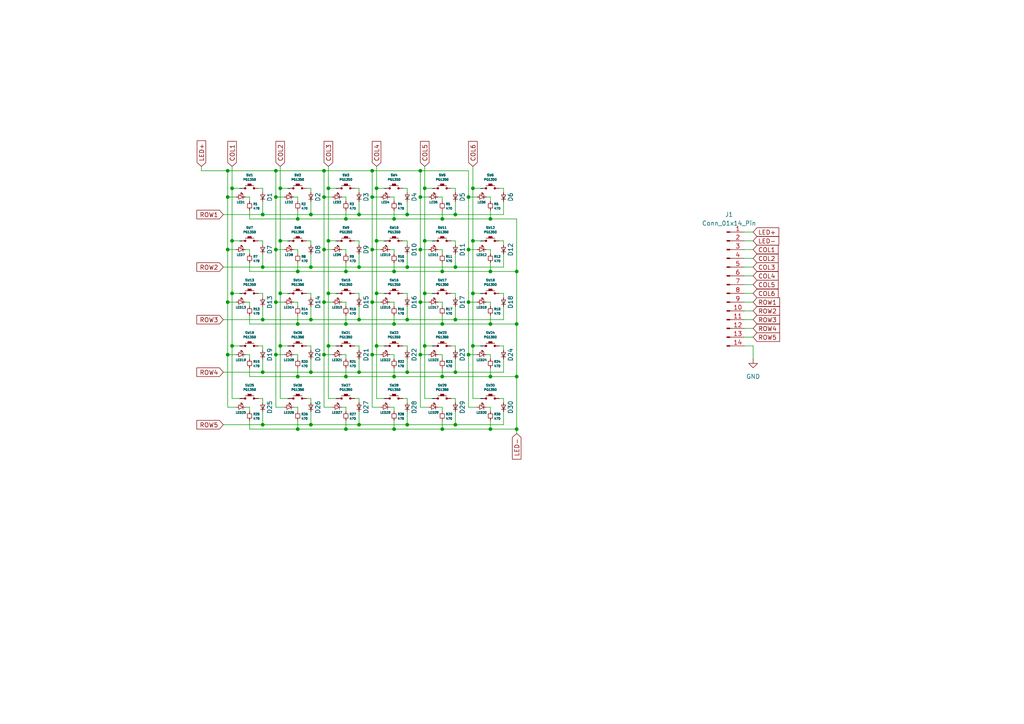
<source format=kicad_sch>
(kicad_sch (version 20231120) (generator "eeschema") (generator_version "8.0")
  (paper "A4")
  (junction (at 93.98 72.39))
  (junction (at 107.95 49.53))
  (junction (at 142.24 78.74))
  (junction (at 118.11 123.19))
  (junction (at 137.16 69.85))
  (junction (at 123.19 100.33))
  (junction (at 95.25 69.85))
  (junction (at 142.24 124.46))
  (junction (at 107.95 57.15))
  (junction (at 121.92 72.39))
  (junction (at 95.25 54.61))
  (junction (at 109.22 54.61))
  (junction (at 149.86 78.74))
  (junction (at 118.11 77.47))
  (junction (at 114.3 63.5))
  (junction (at 128.27 78.74))
  (junction (at 104.14 62.23))
  (junction (at 100.33 63.5))
  (junction (at 86.36 93.98))
  (junction (at 100.33 93.98))
  (junction (at 90.17 123.19))
  (junction (at 118.11 92.71))
  (junction (at 128.27 109.22))
  (junction (at 86.36 109.22))
  (junction (at 86.36 124.46))
  (junction (at 104.14 123.19))
  (junction (at 81.28 54.61))
  (junction (at 135.89 102.87))
  (junction (at 80.01 72.39))
  (junction (at 135.89 72.39))
  (junction (at 81.28 85.09))
  (junction (at 67.31 100.33))
  (junction (at 104.14 107.95))
  (junction (at 114.3 93.98))
  (junction (at 137.16 100.33))
  (junction (at 86.36 63.5))
  (junction (at 121.92 49.53))
  (junction (at 76.2 107.95))
  (junction (at 114.3 109.22))
  (junction (at 81.28 69.85))
  (junction (at 118.11 62.23))
  (junction (at 121.92 57.15))
  (junction (at 149.86 124.46))
  (junction (at 90.17 92.71))
  (junction (at 66.04 102.87))
  (junction (at 76.2 92.71))
  (junction (at 132.08 107.95))
  (junction (at 123.19 69.85))
  (junction (at 67.31 54.61))
  (junction (at 114.3 78.74))
  (junction (at 109.22 85.09))
  (junction (at 132.08 77.47))
  (junction (at 132.08 62.23))
  (junction (at 76.2 77.47))
  (junction (at 121.92 87.63))
  (junction (at 67.31 85.09))
  (junction (at 95.25 85.09))
  (junction (at 123.19 54.61))
  (junction (at 95.25 100.33))
  (junction (at 121.92 102.87))
  (junction (at 149.86 93.98))
  (junction (at 104.14 92.71))
  (junction (at 149.86 109.22))
  (junction (at 132.08 92.71))
  (junction (at 93.98 87.63))
  (junction (at 76.2 123.19))
  (junction (at 90.17 62.23))
  (junction (at 142.24 93.98))
  (junction (at 66.04 57.15))
  (junction (at 93.98 49.53))
  (junction (at 128.27 124.46))
  (junction (at 107.95 102.87))
  (junction (at 137.16 54.61))
  (junction (at 104.14 77.47))
  (junction (at 137.16 85.09))
  (junction (at 93.98 102.87))
  (junction (at 142.24 63.5))
  (junction (at 100.33 109.22))
  (junction (at 123.19 85.09))
  (junction (at 76.2 62.23))
  (junction (at 90.17 77.47))
  (junction (at 66.04 87.63))
  (junction (at 67.31 69.85))
  (junction (at 114.3 124.46))
  (junction (at 132.08 123.19))
  (junction (at 93.98 57.15))
  (junction (at 66.04 49.53))
  (junction (at 118.11 107.95))
  (junction (at 80.01 87.63))
  (junction (at 135.89 57.15))
  (junction (at 100.33 124.46))
  (junction (at 135.89 87.63))
  (junction (at 80.01 102.87))
  (junction (at 100.33 78.74))
  (junction (at 66.04 72.39))
  (junction (at 128.27 93.98))
  (junction (at 90.17 107.95))
  (junction (at 81.28 100.33))
  (junction (at 107.95 72.39))
  (junction (at 86.36 78.74))
  (junction (at 80.01 49.53))
  (junction (at 128.27 63.5))
  (junction (at 80.01 57.15))
  (junction (at 109.22 100.33))
  (junction (at 109.22 69.85))
  (junction (at 142.24 109.22))
  (junction (at 107.95 87.63))
  (wire (pts (xy 100.33 118.11) (xy 100.33 119.38)))
  (wire (pts (xy 127 87.63) (xy 128.27 87.63)))
  (wire (pts (xy 118.11 107.95) (xy 132.08 107.95)))
  (wire (pts (xy 118.11 115.57) (xy 118.11 116.84)))
  (wire (pts (xy 80.01 102.87) (xy 82.55 102.87)))
  (wire (pts (xy 107.95 118.11) (xy 110.49 118.11)))
  (wire (pts (xy 128.27 76.2) (xy 128.27 78.74)))
  (wire (pts (xy 118.11 85.09) (xy 118.11 86.36)))
  (wire (pts (xy 107.95 87.63) (xy 107.95 102.87)))
  (wire (pts (xy 218.44 97.79) (xy 215.9 97.79)))
  (wire (pts (xy 137.16 100.33) (xy 139.7 100.33)))
  (wire (pts (xy 118.11 69.85) (xy 118.11 71.12)))
  (wire (pts (xy 127 72.39) (xy 128.27 72.39)))
  (wire (pts (xy 100.33 87.63) (xy 100.33 88.9)))
  (wire (pts (xy 104.14 115.57) (xy 104.14 116.84)))
  (wire (pts (xy 130.81 85.09) (xy 132.08 85.09)))
  (wire (pts (xy 95.25 54.61) (xy 97.79 54.61)))
  (wire (pts (xy 132.08 88.9) (xy 132.08 92.71)))
  (wire (pts (xy 102.87 115.57) (xy 104.14 115.57)))
  (wire (pts (xy 107.95 49.53) (xy 121.92 49.53)))
  (wire (pts (xy 132.08 100.33) (xy 132.08 101.6)))
  (wire (pts (xy 72.39 118.11) (xy 72.39 119.38)))
  (wire (pts (xy 76.2 85.09) (xy 76.2 86.36)))
  (wire (pts (xy 99.06 87.63) (xy 100.33 87.63)))
  (wire (pts (xy 123.19 69.85) (xy 125.73 69.85)))
  (wire (pts (xy 215.9 100.33) (xy 218.44 100.33)))
  (wire (pts (xy 123.19 100.33) (xy 125.73 100.33)))
  (wire (pts (xy 121.92 102.87) (xy 124.46 102.87)))
  (wire (pts (xy 114.3 60.96) (xy 114.3 63.5)))
  (wire (pts (xy 80.01 57.15) (xy 82.55 57.15)))
  (wire (pts (xy 72.39 91.44) (xy 72.39 93.98)))
  (wire (pts (xy 135.89 57.15) (xy 138.43 57.15)))
  (wire (pts (xy 146.05 88.9) (xy 146.05 92.71)))
  (wire (pts (xy 93.98 57.15) (xy 96.52 57.15)))
  (wire (pts (xy 99.06 118.11) (xy 100.33 118.11)))
  (wire (pts (xy 142.24 87.63) (xy 142.24 88.9)))
  (wire (pts (xy 100.33 91.44) (xy 100.33 93.98)))
  (wire (pts (xy 142.24 76.2) (xy 142.24 78.74)))
  (wire (pts (xy 76.2 88.9) (xy 76.2 92.71)))
  (wire (pts (xy 128.27 121.92) (xy 128.27 124.46)))
  (wire (pts (xy 137.16 54.61) (xy 137.16 69.85)))
  (wire (pts (xy 74.93 100.33) (xy 76.2 100.33)))
  (wire (pts (xy 100.33 121.92) (xy 100.33 124.46)))
  (wire (pts (xy 81.28 100.33) (xy 81.28 115.57)))
  (wire (pts (xy 132.08 58.42) (xy 132.08 62.23)))
  (wire (pts (xy 128.27 91.44) (xy 128.27 93.98)))
  (wire (pts (xy 107.95 102.87) (xy 110.49 102.87)))
  (wire (pts (xy 132.08 115.57) (xy 132.08 116.84)))
  (wire (pts (xy 76.2 107.95) (xy 90.17 107.95)))
  (wire (pts (xy 86.36 106.68) (xy 86.36 109.22)))
  (wire (pts (xy 67.31 54.61) (xy 67.31 69.85)))
  (wire (pts (xy 132.08 104.14) (xy 132.08 107.95)))
  (wire (pts (xy 218.44 100.33) (xy 218.44 104.14)))
  (wire (pts (xy 109.22 85.09) (xy 111.76 85.09)))
  (wire (pts (xy 86.36 57.15) (xy 86.36 58.42)))
  (wire (pts (xy 104.14 100.33) (xy 104.14 101.6)))
  (wire (pts (xy 93.98 87.63) (xy 93.98 102.87)))
  (wire (pts (xy 72.39 87.63) (xy 72.39 88.9)))
  (wire (pts (xy 116.84 115.57) (xy 118.11 115.57)))
  (wire (pts (xy 114.3 121.92) (xy 114.3 124.46)))
  (wire (pts (xy 90.17 123.19) (xy 104.14 123.19)))
  (wire (pts (xy 81.28 100.33) (xy 83.82 100.33)))
  (wire (pts (xy 90.17 92.71) (xy 104.14 92.71)))
  (wire (pts (xy 149.86 93.98) (xy 149.86 78.74)))
  (wire (pts (xy 104.14 107.95) (xy 118.11 107.95)))
  (wire (pts (xy 66.04 102.87) (xy 68.58 102.87)))
  (wire (pts (xy 135.89 87.63) (xy 135.89 102.87)))
  (wire (pts (xy 67.31 85.09) (xy 69.85 85.09)))
  (wire (pts (xy 95.25 69.85) (xy 95.25 85.09)))
  (wire (pts (xy 67.31 69.85) (xy 67.31 85.09)))
  (wire (pts (xy 90.17 73.66) (xy 90.17 77.47)))
  (wire (pts (xy 128.27 78.74) (xy 142.24 78.74)))
  (wire (pts (xy 58.42 49.53) (xy 58.42 48.26)))
  (wire (pts (xy 128.27 102.87) (xy 128.27 104.14)))
  (wire (pts (xy 132.08 92.71) (xy 146.05 92.71)))
  (wire (pts (xy 114.3 57.15) (xy 114.3 58.42)))
  (wire (pts (xy 146.05 119.38) (xy 146.05 123.19)))
  (wire (pts (xy 128.27 93.98) (xy 142.24 93.98)))
  (wire (pts (xy 100.33 57.15) (xy 100.33 58.42)))
  (wire (pts (xy 146.05 54.61) (xy 146.05 55.88)))
  (wire (pts (xy 118.11 119.38) (xy 118.11 123.19)))
  (wire (pts (xy 121.92 102.87) (xy 121.92 118.11)))
  (wire (pts (xy 146.05 115.57) (xy 146.05 116.84)))
  (wire (pts (xy 66.04 118.11) (xy 68.58 118.11)))
  (wire (pts (xy 107.95 102.87) (xy 107.95 118.11)))
  (wire (pts (xy 149.86 124.46) (xy 149.86 109.22)))
  (wire (pts (xy 109.22 69.85) (xy 111.76 69.85)))
  (wire (pts (xy 72.39 109.22) (xy 86.36 109.22)))
  (wire (pts (xy 86.36 124.46) (xy 100.33 124.46)))
  (wire (pts (xy 66.04 57.15) (xy 66.04 72.39)))
  (wire (pts (xy 76.2 54.61) (xy 76.2 55.88)))
  (wire (pts (xy 121.92 49.53) (xy 135.89 49.53)))
  (wire (pts (xy 121.92 57.15) (xy 124.46 57.15)))
  (wire (pts (xy 100.33 102.87) (xy 100.33 104.14)))
  (wire (pts (xy 80.01 72.39) (xy 80.01 87.63)))
  (wire (pts (xy 128.27 63.5) (xy 142.24 63.5)))
  (wire (pts (xy 140.97 102.87) (xy 142.24 102.87)))
  (wire (pts (xy 109.22 100.33) (xy 109.22 115.57)))
  (wire (pts (xy 66.04 87.63) (xy 66.04 102.87)))
  (wire (pts (xy 100.33 76.2) (xy 100.33 78.74)))
  (wire (pts (xy 66.04 49.53) (xy 66.04 57.15)))
  (wire (pts (xy 74.93 69.85) (xy 76.2 69.85)))
  (wire (pts (xy 86.36 78.74) (xy 100.33 78.74)))
  (wire (pts (xy 144.78 69.85) (xy 146.05 69.85)))
  (wire (pts (xy 218.44 92.71) (xy 215.9 92.71)))
  (wire (pts (xy 64.77 123.19) (xy 76.2 123.19)))
  (wire (pts (xy 95.25 85.09) (xy 97.79 85.09)))
  (wire (pts (xy 137.16 85.09) (xy 137.16 100.33)))
  (wire (pts (xy 109.22 54.61) (xy 109.22 69.85)))
  (wire (pts (xy 80.01 49.53) (xy 93.98 49.53)))
  (wire (pts (xy 76.2 123.19) (xy 90.17 123.19)))
  (wire (pts (xy 109.22 54.61) (xy 111.76 54.61)))
  (wire (pts (xy 95.25 115.57) (xy 97.79 115.57)))
  (wire (pts (xy 95.25 48.26) (xy 95.25 54.61)))
  (wire (pts (xy 74.93 54.61) (xy 76.2 54.61)))
  (wire (pts (xy 218.44 85.09) (xy 215.9 85.09)))
  (wire (pts (xy 121.92 57.15) (xy 121.92 72.39)))
  (wire (pts (xy 104.14 54.61) (xy 104.14 55.88)))
  (wire (pts (xy 128.27 60.96) (xy 128.27 63.5)))
  (wire (pts (xy 90.17 58.42) (xy 90.17 62.23)))
  (wire (pts (xy 142.24 109.22) (xy 149.86 109.22)))
  (wire (pts (xy 118.11 92.71) (xy 132.08 92.71)))
  (wire (pts (xy 116.84 69.85) (xy 118.11 69.85)))
  (wire (pts (xy 142.24 124.46) (xy 149.86 124.46)))
  (wire (pts (xy 113.03 57.15) (xy 114.3 57.15)))
  (wire (pts (xy 81.28 85.09) (xy 83.82 85.09)))
  (wire (pts (xy 93.98 72.39) (xy 96.52 72.39)))
  (wire (pts (xy 71.12 72.39) (xy 72.39 72.39)))
  (wire (pts (xy 88.9 100.33) (xy 90.17 100.33)))
  (wire (pts (xy 93.98 72.39) (xy 93.98 87.63)))
  (wire (pts (xy 90.17 107.95) (xy 104.14 107.95)))
  (wire (pts (xy 72.39 72.39) (xy 72.39 73.66)))
  (wire (pts (xy 118.11 54.61) (xy 118.11 55.88)))
  (wire (pts (xy 118.11 104.14) (xy 118.11 107.95)))
  (wire (pts (xy 66.04 72.39) (xy 66.04 87.63)))
  (wire (pts (xy 132.08 62.23) (xy 146.05 62.23)))
  (wire (pts (xy 128.27 109.22) (xy 142.24 109.22)))
  (wire (pts (xy 135.89 72.39) (xy 138.43 72.39)))
  (wire (pts (xy 102.87 54.61) (xy 104.14 54.61)))
  (wire (pts (xy 107.95 49.53) (xy 107.95 57.15)))
  (wire (pts (xy 86.36 93.98) (xy 100.33 93.98)))
  (wire (pts (xy 76.2 104.14) (xy 76.2 107.95)))
  (wire (pts (xy 116.84 85.09) (xy 118.11 85.09)))
  (wire (pts (xy 218.44 69.85) (xy 215.9 69.85)))
  (wire (pts (xy 118.11 62.23) (xy 132.08 62.23)))
  (wire (pts (xy 113.03 72.39) (xy 114.3 72.39)))
  (wire (pts (xy 81.28 85.09) (xy 81.28 100.33)))
  (wire (pts (xy 140.97 72.39) (xy 142.24 72.39)))
  (wire (pts (xy 109.22 100.33) (xy 111.76 100.33)))
  (wire (pts (xy 137.16 115.57) (xy 139.7 115.57)))
  (wire (pts (xy 72.39 124.46) (xy 86.36 124.46)))
  (wire (pts (xy 128.27 57.15) (xy 128.27 58.42)))
  (wire (pts (xy 123.19 69.85) (xy 123.19 85.09)))
  (wire (pts (xy 72.39 93.98) (xy 86.36 93.98)))
  (wire (pts (xy 80.01 102.87) (xy 80.01 118.11)))
  (wire (pts (xy 76.2 119.38) (xy 76.2 123.19)))
  (wire (pts (xy 144.78 115.57) (xy 146.05 115.57)))
  (wire (pts (xy 113.03 87.63) (xy 114.3 87.63)))
  (wire (pts (xy 118.11 73.66) (xy 118.11 77.47)))
  (wire (pts (xy 88.9 54.61) (xy 90.17 54.61)))
  (wire (pts (xy 86.36 91.44) (xy 86.36 93.98)))
  (wire (pts (xy 90.17 85.09) (xy 90.17 86.36)))
  (wire (pts (xy 149.86 124.46) (xy 149.86 125.73)))
  (wire (pts (xy 86.36 109.22) (xy 100.33 109.22)))
  (wire (pts (xy 86.36 63.5) (xy 100.33 63.5)))
  (wire (pts (xy 130.81 115.57) (xy 132.08 115.57)))
  (wire (pts (xy 144.78 100.33) (xy 146.05 100.33)))
  (wire (pts (xy 142.24 106.68) (xy 142.24 109.22)))
  (wire (pts (xy 109.22 85.09) (xy 109.22 100.33)))
  (wire (pts (xy 86.36 76.2) (xy 86.36 78.74)))
  (wire (pts (xy 137.16 48.26) (xy 137.16 54.61)))
  (wire (pts (xy 107.95 72.39) (xy 107.95 87.63)))
  (wire (pts (xy 135.89 49.53) (xy 135.89 57.15)))
  (wire (pts (xy 149.86 78.74) (xy 149.86 63.5)))
  (wire (pts (xy 137.16 100.33) (xy 137.16 115.57)))
  (wire (pts (xy 80.01 87.63) (xy 80.01 102.87)))
  (wire (pts (xy 121.92 87.63) (xy 124.46 87.63)))
  (wire (pts (xy 121.92 49.53) (xy 121.92 57.15)))
  (wire (pts (xy 90.17 115.57) (xy 90.17 116.84)))
  (wire (pts (xy 121.92 72.39) (xy 121.92 87.63)))
  (wire (pts (xy 86.36 72.39) (xy 86.36 73.66)))
  (wire (pts (xy 80.01 57.15) (xy 80.01 72.39)))
  (wire (pts (xy 81.28 69.85) (xy 83.82 69.85)))
  (wire (pts (xy 88.9 85.09) (xy 90.17 85.09)))
  (wire (pts (xy 132.08 119.38) (xy 132.08 123.19)))
  (wire (pts (xy 107.95 72.39) (xy 110.49 72.39)))
  (wire (pts (xy 149.86 63.5) (xy 142.24 63.5)))
  (wire (pts (xy 86.36 121.92) (xy 86.36 124.46)))
  (wire (pts (xy 107.95 57.15) (xy 107.95 72.39)))
  (wire (pts (xy 128.27 124.46) (xy 142.24 124.46)))
  (wire (pts (xy 104.14 85.09) (xy 104.14 86.36)))
  (wire (pts (xy 107.95 87.63) (xy 110.49 87.63)))
  (wire (pts (xy 67.31 48.26) (xy 67.31 54.61)))
  (wire (pts (xy 104.14 123.19) (xy 118.11 123.19)))
  (wire (pts (xy 132.08 85.09) (xy 132.08 86.36)))
  (wire (pts (xy 88.9 69.85) (xy 90.17 69.85)))
  (wire (pts (xy 67.31 54.61) (xy 69.85 54.61)))
  (wire (pts (xy 114.3 91.44) (xy 114.3 93.98)))
  (wire (pts (xy 72.39 63.5) (xy 86.36 63.5)))
  (wire (pts (xy 76.2 58.42) (xy 76.2 62.23)))
  (wire (pts (xy 135.89 118.11) (xy 138.43 118.11)))
  (wire (pts (xy 218.44 74.93) (xy 215.9 74.93)))
  (wire (pts (xy 93.98 87.63) (xy 96.52 87.63)))
  (wire (pts (xy 146.05 73.66) (xy 146.05 77.47)))
  (wire (pts (xy 100.33 93.98) (xy 114.3 93.98)))
  (wire (pts (xy 128.27 87.63) (xy 128.27 88.9)))
  (wire (pts (xy 66.04 49.53) (xy 80.01 49.53)))
  (wire (pts (xy 74.93 85.09) (xy 76.2 85.09)))
  (wire (pts (xy 130.81 100.33) (xy 132.08 100.33)))
  (wire (pts (xy 81.28 54.61) (xy 83.82 54.61)))
  (wire (pts (xy 114.3 102.87) (xy 114.3 104.14)))
  (wire (pts (xy 142.24 91.44) (xy 142.24 93.98)))
  (wire (pts (xy 114.3 93.98) (xy 128.27 93.98)))
  (wire (pts (xy 142.24 57.15) (xy 142.24 58.42)))
  (wire (pts (xy 144.78 54.61) (xy 146.05 54.61)))
  (wire (pts (xy 149.86 109.22) (xy 149.86 93.98)))
  (wire (pts (xy 135.89 102.87) (xy 138.43 102.87)))
  (wire (pts (xy 118.11 77.47) (xy 132.08 77.47)))
  (wire (pts (xy 123.19 48.26) (xy 123.19 54.61)))
  (wire (pts (xy 90.17 77.47) (xy 104.14 77.47)))
  (wire (pts (xy 104.14 92.71) (xy 118.11 92.71)))
  (wire (pts (xy 95.25 85.09) (xy 95.25 100.33)))
  (wire (pts (xy 142.24 93.98) (xy 149.86 93.98)))
  (wire (pts (xy 64.77 107.95) (xy 76.2 107.95)))
  (wire (pts (xy 72.39 121.92) (xy 72.39 124.46)))
  (wire (pts (xy 114.3 72.39) (xy 114.3 73.66)))
  (wire (pts (xy 90.17 69.85) (xy 90.17 71.12)))
  (wire (pts (xy 64.77 62.23) (xy 76.2 62.23)))
  (wire (pts (xy 121.92 118.11) (xy 124.46 118.11)))
  (wire (pts (xy 135.89 72.39) (xy 135.89 87.63)))
  (wire (pts (xy 104.14 69.85) (xy 104.14 71.12)))
  (wire (pts (xy 100.33 109.22) (xy 114.3 109.22)))
  (wire (pts (xy 114.3 124.46) (xy 128.27 124.46)))
  (wire (pts (xy 67.31 69.85) (xy 69.85 69.85)))
  (wire (pts (xy 123.19 54.61) (xy 125.73 54.61)))
  (wire (pts (xy 113.03 118.11) (xy 114.3 118.11)))
  (wire (pts (xy 80.01 118.11) (xy 82.55 118.11)))
  (wire (pts (xy 86.36 60.96) (xy 86.36 63.5)))
  (wire (pts (xy 128.27 106.68) (xy 128.27 109.22)))
  (wire (pts (xy 137.16 69.85) (xy 139.7 69.85)))
  (wire (pts (xy 95.25 100.33) (xy 97.79 100.33)))
  (wire (pts (xy 123.19 85.09) (xy 125.73 85.09)))
  (wire (pts (xy 142.24 60.96) (xy 142.24 63.5)))
  (wire (pts (xy 93.98 49.53) (xy 107.95 49.53)))
  (wire (pts (xy 144.78 85.09) (xy 146.05 85.09)))
  (wire (pts (xy 104.14 77.47) (xy 118.11 77.47)))
  (wire (pts (xy 130.81 69.85) (xy 132.08 69.85)))
  (wire (pts (xy 90.17 100.33) (xy 90.17 101.6)))
  (wire (pts (xy 76.2 100.33) (xy 76.2 101.6)))
  (wire (pts (xy 130.81 54.61) (xy 132.08 54.61)))
  (wire (pts (xy 95.25 69.85) (xy 97.79 69.85)))
  (wire (pts (xy 218.44 90.17) (xy 215.9 90.17)))
  (wire (pts (xy 140.97 118.11) (xy 142.24 118.11)))
  (wire (pts (xy 81.28 48.26) (xy 81.28 54.61)))
  (wire (pts (xy 100.33 63.5) (xy 114.3 63.5)))
  (wire (pts (xy 67.31 100.33) (xy 67.31 115.57)))
  (wire (pts (xy 218.44 80.01) (xy 215.9 80.01)))
  (wire (pts (xy 64.77 92.71) (xy 76.2 92.71)))
  (wire (pts (xy 81.28 69.85) (xy 81.28 85.09)))
  (wire (pts (xy 80.01 87.63) (xy 82.55 87.63)))
  (wire (pts (xy 95.25 54.61) (xy 95.25 69.85)))
  (wire (pts (xy 86.36 102.87) (xy 86.36 104.14)))
  (wire (pts (xy 140.97 57.15) (xy 142.24 57.15)))
  (wire (pts (xy 121.92 72.39) (xy 124.46 72.39)))
  (wire (pts (xy 135.89 57.15) (xy 135.89 72.39)))
  (wire (pts (xy 99.06 72.39) (xy 100.33 72.39)))
  (wire (pts (xy 85.09 87.63) (xy 86.36 87.63)))
  (wire (pts (xy 123.19 115.57) (xy 125.73 115.57)))
  (wire (pts (xy 137.16 54.61) (xy 139.7 54.61)))
  (wire (pts (xy 127 57.15) (xy 128.27 57.15)))
  (wire (pts (xy 72.39 102.87) (xy 72.39 104.14)))
  (wire (pts (xy 218.44 82.55) (xy 215.9 82.55)))
  (wire (pts (xy 104.14 62.23) (xy 118.11 62.23)))
  (wire (pts (xy 66.04 72.39) (xy 68.58 72.39)))
  (wire (pts (xy 104.14 119.38) (xy 104.14 123.19)))
  (wire (pts (xy 81.28 115.57) (xy 83.82 115.57)))
  (wire (pts (xy 114.3 118.11) (xy 114.3 119.38)))
  (wire (pts (xy 66.04 57.15) (xy 68.58 57.15)))
  (wire (pts (xy 114.3 76.2) (xy 114.3 78.74)))
  (wire (pts (xy 218.44 87.63) (xy 215.9 87.63)))
  (wire (pts (xy 123.19 85.09) (xy 123.19 100.33)))
  (wire (pts (xy 67.31 85.09) (xy 67.31 100.33)))
  (wire (pts (xy 146.05 85.09) (xy 146.05 86.36)))
  (wire (pts (xy 93.98 57.15) (xy 93.98 72.39)))
  (wire (pts (xy 67.31 115.57) (xy 69.85 115.57)))
  (wire (pts (xy 132.08 73.66) (xy 132.08 77.47)))
  (wire (pts (xy 142.24 121.92) (xy 142.24 124.46)))
  (wire (pts (xy 72.39 78.74) (xy 86.36 78.74)))
  (wire (pts (xy 132.08 69.85) (xy 132.08 71.12)))
  (wire (pts (xy 116.84 54.61) (xy 118.11 54.61)))
  (wire (pts (xy 142.24 78.74) (xy 149.86 78.74)))
  (wire (pts (xy 135.89 102.87) (xy 135.89 118.11)))
  (wire (pts (xy 66.04 87.63) (xy 68.58 87.63)))
  (wire (pts (xy 85.09 57.15) (xy 86.36 57.15)))
  (wire (pts (xy 113.03 102.87) (xy 114.3 102.87)))
  (wire (pts (xy 93.98 102.87) (xy 93.98 118.11)))
  (wire (pts (xy 71.12 118.11) (xy 72.39 118.11)))
  (wire (pts (xy 107.95 57.15) (xy 110.49 57.15)))
  (wire (pts (xy 99.06 57.15) (xy 100.33 57.15)))
  (wire (pts (xy 76.2 77.47) (xy 90.17 77.47)))
  (wire (pts (xy 71.12 87.63) (xy 72.39 87.63)))
  (wire (pts (xy 146.05 100.33) (xy 146.05 101.6)))
  (wire (pts (xy 88.9 115.57) (xy 90.17 115.57)))
  (wire (pts (xy 93.98 118.11) (xy 96.52 118.11)))
  (wire (pts (xy 93.98 49.53) (xy 93.98 57.15)))
  (wire (pts (xy 90.17 62.23) (xy 104.14 62.23)))
  (wire (pts (xy 114.3 78.74) (xy 128.27 78.74)))
  (wire (pts (xy 116.84 100.33) (xy 118.11 100.33)))
  (wire (pts (xy 72.39 76.2) (xy 72.39 78.74)))
  (wire (pts (xy 118.11 123.19) (xy 132.08 123.19)))
  (wire (pts (xy 76.2 115.57) (xy 76.2 116.84)))
  (wire (pts (xy 80.01 49.53) (xy 80.01 57.15)))
  (wire (pts (xy 127 102.87) (xy 128.27 102.87)))
  (wire (pts (xy 146.05 58.42) (xy 146.05 62.23)))
  (wire (pts (xy 85.09 72.39) (xy 86.36 72.39)))
  (wire (pts (xy 64.77 77.47) (xy 76.2 77.47)))
  (wire (pts (xy 137.16 69.85) (xy 137.16 85.09)))
  (wire (pts (xy 114.3 63.5) (xy 128.27 63.5)))
  (wire (pts (xy 109.22 48.26) (xy 109.22 54.61)))
  (wire (pts (xy 114.3 87.63) (xy 114.3 88.9)))
  (wire (pts (xy 72.39 106.68) (xy 72.39 109.22)))
  (wire (pts (xy 86.36 118.11) (xy 86.36 119.38)))
  (wire (pts (xy 76.2 92.71) (xy 90.17 92.71)))
  (wire (pts (xy 71.12 102.87) (xy 72.39 102.87)))
  (wire (pts (xy 218.44 77.47) (xy 215.9 77.47)))
  (wire (pts (xy 90.17 54.61) (xy 90.17 55.88)))
  (wire (pts (xy 81.28 54.61) (xy 81.28 69.85)))
  (wire (pts (xy 109.22 69.85) (xy 109.22 85.09)))
  (wire (pts (xy 95.25 100.33) (xy 95.25 115.57)))
  (wire (pts (xy 72.39 57.15) (xy 72.39 58.42)))
  (wire (pts (xy 127 118.11) (xy 128.27 118.11)))
  (wire (pts (xy 118.11 88.9) (xy 118.11 92.71)))
  (wire (pts (xy 104.14 73.66) (xy 104.14 77.47)))
  (wire (pts (xy 132.08 107.95) (xy 146.05 107.95)))
  (wire (pts (xy 86.36 87.63) (xy 86.36 88.9)))
  (wire (pts (xy 58.42 49.53) (xy 66.04 49.53)))
  (wire (pts (xy 74.93 115.57) (xy 76.2 115.57)))
  (wire (pts (xy 71.12 57.15) (xy 72.39 57.15)))
  (wire (pts (xy 76.2 73.66) (xy 76.2 77.47)))
  (wire (pts (xy 128.27 72.39) (xy 128.27 73.66)))
  (wire (pts (xy 100.33 78.74) (xy 114.3 78.74)))
  (wire (pts (xy 100.33 72.39) (xy 100.33 73.66)))
  (wire (pts (xy 100.33 60.96) (xy 100.33 63.5)))
  (wire (pts (xy 102.87 100.33) (xy 104.14 100.33)))
  (wire (pts (xy 109.22 115.57) (xy 111.76 115.57)))
  (wire (pts (xy 80.01 72.39) (xy 82.55 72.39)))
  (wire (pts (xy 100.33 106.68) (xy 100.33 109.22)))
  (wire (pts (xy 102.87 85.09) (xy 104.14 85.09)))
  (wire (pts (xy 132.08 77.47) (xy 146.05 77.47)))
  (wire (pts (xy 90.17 119.38) (xy 90.17 123.19)))
  (wire (pts (xy 66.04 102.87) (xy 66.04 118.11)))
  (wire (pts (xy 135.89 87.63) (xy 138.43 87.63)))
  (wire (pts (xy 114.3 109.22) (xy 128.27 109.22)))
  (wire (pts (xy 67.31 100.33) (xy 69.85 100.33)))
  (wire (pts (xy 218.44 95.25) (xy 215.9 95.25)))
  (wire (pts (xy 137.16 85.09) (xy 139.7 85.09)))
  (wire (pts (xy 128.27 118.11) (xy 128.27 119.38)))
  (wire (pts (xy 99.06 102.87) (xy 100.33 102.87)))
  (wire (pts (xy 118.11 58.42) (xy 118.11 62.23)))
  (wire (pts (xy 72.39 60.96) (xy 72.39 63.5)))
  (wire (pts (xy 146.05 69.85) (xy 146.05 71.12)))
  (wire (pts (xy 85.09 102.87) (xy 86.36 102.87)))
  (wire (pts (xy 123.19 54.61) (xy 123.19 69.85)))
  (wire (pts (xy 90.17 88.9) (xy 90.17 92.71)))
  (wire (pts (xy 85.09 118.11) (xy 86.36 118.11)))
  (wire (pts (xy 104.14 104.14) (xy 104.14 107.95)))
  (wire (pts (xy 132.08 123.19) (xy 146.05 123.19)))
  (wire (pts (xy 90.17 104.14) (xy 90.17 107.95)))
  (wire (pts (xy 100.33 124.46) (xy 114.3 124.46)))
  (wire (pts (xy 76.2 69.85) (xy 76.2 71.12)))
  (wire (pts (xy 132.08 54.61) (xy 132.08 55.88)))
  (wire (pts (xy 93.98 102.87) (xy 96.52 102.87)))
  (wire (pts (xy 123.19 100.33) (xy 123.19 115.57)))
  (wire (pts (xy 102.87 69.85) (xy 104.14 69.85)))
  (wire (pts (xy 118.11 100.33) (xy 118.11 101.6)))
  (wire (pts (xy 218.44 72.39) (xy 215.9 72.39)))
  (wire (pts (xy 146.05 104.14) (xy 146.05 107.95)))
  (wire (pts (xy 142.24 72.39) (xy 142.24 73.66)))
  (wire (pts (xy 140.97 87.63) (xy 142.24 87.63)))
  (wire (pts (xy 104.14 58.42) (xy 104.14 62.23)))
  (wire (pts (xy 104.14 88.9) (xy 104.14 92.71)))
  (wire (pts (xy 114.3 106.68) (xy 114.3 109.22)))
  (wire (pts (xy 121.92 87.63) (xy 121.92 102.87)))
  (wire (pts (xy 218.44 67.31) (xy 215.9 67.31)))
  (wire (pts (xy 142.24 102.87) (xy 142.24 104.14)))
  (wire (pts (xy 142.24 118.11) (xy 142.24 119.38)))
  (wire (pts (xy 76.2 62.23) (xy 90.17 62.23)))
  (global_label "COL1" (shape input) (at 218.44 72.39 0) (property "Intersheetrefs" "${INTERSHEET_REFS}" (effects (hide yes))))
  (global_label "COL2" (shape input) (at 218.44 74.93 0) (property "Intersheetrefs" "${INTERSHEET_REFS}" (effects (hide yes))))
  (global_label "LED+" (shape input) (at 218.44 67.31 0) (property "Intersheetrefs" "${INTERSHEET_REFS}" (effects (hide yes))))
  (global_label "ROW4" (shape input) (at 64.77 107.95 180) (property "Intersheetrefs" "${INTERSHEET_REFS}" (effects (hide yes))))
  (global_label "COL4" (shape input) (at 218.44 80.01 0) (property "Intersheetrefs" "${INTERSHEET_REFS}" (effects (hide yes))))
  (global_label "ROW2" (shape input) (at 64.77 77.47 180) (property "Intersheetrefs" "${INTERSHEET_REFS}" (effects (hide yes))))
  (global_label "COL6" (shape input) (at 137.16 48.26 90) (property "Intersheetrefs" "${INTERSHEET_REFS}" (effects (hide yes))))
  (global_label "COL3" (shape input) (at 218.44 77.47 0) (property "Intersheetrefs" "${INTERSHEET_REFS}" (effects (hide yes))))
  (global_label "ROW3" (shape input) (at 64.77 92.71 180) (property "Intersheetrefs" "${INTERSHEET_REFS}" (effects (hide yes))))
  (global_label "COL3" (shape input) (at 95.25 48.26 90) (property "Intersheetrefs" "${INTERSHEET_REFS}" (effects (hide yes))))
  (global_label "COL4" (shape input) (at 109.22 48.26 90) (property "Intersheetrefs" "${INTERSHEET_REFS}" (effects (hide yes))))
  (global_label "ROW4" (shape input) (at 218.44 95.25 0) (property "Intersheetrefs" "${INTERSHEET_REFS}" (effects (hide yes))))
  (global_label "COL2" (shape input) (at 81.28 48.26 90) (property "Intersheetrefs" "${INTERSHEET_REFS}" (effects (hide yes))))
  (global_label "ROW5" (shape input) (at 218.44 97.79 0) (property "Intersheetrefs" "${INTERSHEET_REFS}" (effects (hide yes))))
  (global_label "COL1" (shape input) (at 67.31 48.26 90) (property "Intersheetrefs" "${INTERSHEET_REFS}" (effects (hide yes))))
  (global_label "LED-" (shape input) (at 149.86 125.73 270) (property "Intersheetrefs" "${INTERSHEET_REFS}" (effects (hide yes))))
  (global_label "COL6" (shape input) (at 218.44 85.09 0) (property "Intersheetrefs" "${INTERSHEET_REFS}" (effects (hide yes))))
  (global_label "ROW1" (shape input) (at 64.77 62.23 180) (property "Intersheetrefs" "${INTERSHEET_REFS}" (effects (hide yes))))
  (global_label "ROW3" (shape input) (at 218.44 92.71 0) (property "Intersheetrefs" "${INTERSHEET_REFS}" (effects (hide yes))))
  (global_label "LED+" (shape input) (at 58.42 48.26 90) (property "Intersheetrefs" "${INTERSHEET_REFS}" (effects (hide yes))))
  (global_label "COL5" (shape input) (at 218.44 82.55 0) (property "Intersheetrefs" "${INTERSHEET_REFS}" (effects (hide yes))))
  (global_label "LED-" (shape input) (at 218.44 69.85 0) (property "Intersheetrefs" "${INTERSHEET_REFS}" (effects (hide yes))))
  (global_label "ROW1" (shape input) (at 218.44 87.63 0) (property "Intersheetrefs" "${INTERSHEET_REFS}" (effects (hide yes))))
  (global_label "ROW5" (shape input) (at 64.77 123.19 180) (property "Intersheetrefs" "${INTERSHEET_REFS}" (effects (hide yes))))
  (global_label "ROW2" (shape input) (at 218.44 90.17 0) (property "Intersheetrefs" "${INTERSHEET_REFS}" (effects (hide yes))))
  (global_label "COL5" (shape input) (at 123.19 48.26 90) (property "Intersheetrefs" "${INTERSHEET_REFS}" (effects (hide yes))))
  (symbol (lib_id "mlilley-smalls:switch_push") (at 86.36 69.85 0) (unit 1)
    (property "Reference" "SW8" (at 86.36 66.04 0) (effects (font (size 0.635 0.635))))
    (property "Value" "PG1350" (at 86.36 67.31 0) (effects (font (size 0.635 0.635))))
    (property "Footprint" "pg1350:pg1350-HCN" (effects (hide yes)))
  )
  (symbol (lib_id "mlilley-smalls:led") (at 83.82 87.63 0) (unit 1)
    (property "Reference" "LED14" (at 83.82 89.154 0) (effects (font (size 0.635 0.635))))
    (property "Value" "~" (at 83.82 85.09 0))
    (property "Footprint" "LED_SMD:LED_1206_3216Metric_Pad1.42x1.75mm_HandSolder" (effects (hide yes)))
  )
  (symbol (lib_name "resistor_27") (lib_id "mlilley-smalls:resistor") (at 100.33 120.65 90) (unit 1)
    (property "Reference" "R27" (at 101.346 120.142 90) (effects (font (size 0.635 0.635)) (justify right)))
    (property "Value" "470" (at 101.346 121.412 90) (effects (font (size 0.635 0.635)) (justify right)))
    (property "Footprint" "Resistor_SMD:R_1206_3216Metric_Pad1.30x1.75mm_HandSolder" (effects (hide yes)))
  )
  (symbol (lib_id "mlilley-smalls:switch_push") (at 86.36 85.09 0) (unit 1)
    (property "Reference" "SW14" (at 86.36 81.28 0) (effects (font (size 0.635 0.635))))
    (property "Value" "PG1350" (at 86.36 82.55 0) (effects (font (size 0.635 0.635))))
    (property "Footprint" "pg1350:pg1350-HCN" (effects (hide yes)))
  )
  (symbol (lib_id "mlilley-smalls:switch_push") (at 100.33 85.09 0) (unit 1)
    (property "Reference" "SW15" (at 100.33 81.28 0) (effects (font (size 0.635 0.635))))
    (property "Value" "PG1350" (at 100.33 82.55 0) (effects (font (size 0.635 0.635))))
    (property "Footprint" "pg1350:pg1350-HCN" (effects (hide yes)))
  )
  (symbol (lib_id "mlilley-smalls:led") (at 139.7 102.87 0) (unit 1)
    (property "Reference" "LED24" (at 139.7 104.394 0) (effects (font (size 0.635 0.635))))
    (property "Value" "~" (at 139.7 100.33 0))
    (property "Footprint" "LED_SMD:LED_1206_3216Metric_Pad1.42x1.75mm_HandSolder" (effects (hide yes)))
  )
  (symbol (lib_id "mlilley-smalls:switch_push") (at 128.27 69.85 0) (unit 1)
    (property "Reference" "SW11" (at 128.27 66.04 0) (effects (font (size 0.635 0.635))))
    (property "Value" "PG1350" (at 128.27 67.31 0) (effects (font (size 0.635 0.635))))
    (property "Footprint" "pg1350:pg1350-HCN" (effects (hide yes)))
  )
  (symbol (lib_id "mlilley-smalls:led") (at 139.7 57.15 0) (unit 1)
    (property "Reference" "LED6" (at 139.7 58.674 0) (effects (font (size 0.635 0.635))))
    (property "Value" "~" (at 139.7 54.61 0))
    (property "Footprint" "LED_SMD:LED_1206_3216Metric_Pad1.42x1.75mm_HandSolder" (effects (hide yes)))
  )
  (symbol (lib_id "mlilley-smalls:led") (at 97.79 57.15 0) (unit 1)
    (property "Reference" "LED3" (at 97.79 58.674 0) (effects (font (size 0.635 0.635))))
    (property "Value" "~" (at 97.79 54.61 0))
    (property "Footprint" "LED_SMD:LED_1206_3216Metric_Pad1.42x1.75mm_HandSolder" (effects (hide yes)))
  )
  (symbol (lib_id "mlilley-smalls:diode") (at 146.05 102.87 270) (unit 1)
    (property "Reference" "D24" (at 148.082 102.87 0))
    (property "Value" "~" (at 146.05 102.87 0))
    (property "Footprint" "Diode_SMD:D_SOD-123" (effects (hide yes)))
  )
  (symbol (lib_id "mlilley-smalls:led") (at 111.76 118.11 0) (unit 1)
    (property "Reference" "LED28" (at 111.76 119.634 0) (effects (font (size 0.635 0.635))))
    (property "Value" "~" (at 111.76 115.57 0))
    (property "Footprint" "LED_SMD:LED_1206_3216Metric_Pad1.42x1.75mm_HandSolder" (effects (hide yes)))
  )
  (symbol (lib_id "mlilley-smalls:diode") (at 90.17 118.11 270) (unit 1)
    (property "Reference" "D26" (at 92.202 118.11 0))
    (property "Value" "~" (at 90.17 118.11 0))
    (property "Footprint" "Diode_SMD:D_SOD-123" (effects (hide yes)))
  )
  (symbol (lib_id "mlilley-smalls:led") (at 97.79 118.11 0) (unit 1)
    (property "Reference" "LED27" (at 97.79 119.634 0) (effects (font (size 0.635 0.635))))
    (property "Value" "~" (at 97.79 115.57 0))
    (property "Footprint" "LED_SMD:LED_1206_3216Metric_Pad1.42x1.75mm_HandSolder" (effects (hide yes)))
  )
  (symbol (lib_name "resistor_22") (lib_id "mlilley-smalls:resistor") (at 114.3 105.41 90) (unit 1)
    (property "Reference" "R22" (at 115.316 104.902 90) (effects (font (size 0.635 0.635)) (justify right)))
    (property "Value" "470" (at 115.316 106.172 90) (effects (font (size 0.635 0.635)) (justify right)))
    (property "Footprint" "Resistor_SMD:R_1206_3216Metric_Pad1.30x1.75mm_HandSolder" (effects (hide yes)))
  )
  (symbol (lib_id "power:GND") (at 218.44 104.14 0) (unit 1)
    (property "Reference" "#PWR01" (effects (hide yes)))
    (property "Value" "GND" (at 218.44 109.22 0))
    (property "Description" "Power symbol creates a global label with name \"GND\" , ground" (effects (hide yes)))
  )
  (symbol (lib_id "mlilley-smalls:diode") (at 146.05 57.15 270) (unit 1)
    (property "Reference" "D6" (at 148.082 57.15 0))
    (property "Value" "~" (at 146.05 57.15 0))
    (property "Footprint" "Diode_SMD:D_SOD-123" (effects (hide yes)))
  )
  (symbol (lib_id "mlilley-smalls:diode") (at 76.2 57.15 270) (unit 1)
    (property "Reference" "D1" (at 78.232 57.15 0))
    (property "Value" "~" (at 76.2 57.15 0))
    (property "Footprint" "Diode_SMD:D_SOD-123" (effects (hide yes)))
  )
  (symbol (lib_id "mlilley-smalls:switch_push") (at 142.24 115.57 0) (unit 1)
    (property "Reference" "SW30" (at 142.24 111.76 0) (effects (font (size 0.635 0.635))))
    (property "Value" "PG1350" (at 142.24 113.03 0) (effects (font (size 0.635 0.635))))
    (property "Footprint" "pg1350:pg1350-HCN" (effects (hide yes)))
  )
  (symbol (lib_id "mlilley-smalls:led") (at 69.85 102.87 0) (unit 1)
    (property "Reference" "LED19" (at 69.85 104.394 0) (effects (font (size 0.635 0.635))))
    (property "Value" "~" (at 69.85 100.33 0))
    (property "Footprint" "LED_SMD:LED_1206_3216Metric_Pad1.42x1.75mm_HandSolder" (effects (hide yes)))
  )
  (symbol (lib_id "mlilley-smalls:led") (at 83.82 57.15 0) (unit 1)
    (property "Reference" "LED2" (at 83.82 58.674 0) (effects (font (size 0.635 0.635))))
    (property "Value" "~" (at 83.82 54.61 0))
    (property "Footprint" "LED_SMD:LED_1206_3216Metric_Pad1.42x1.75mm_HandSolder" (effects (hide yes)))
  )
  (symbol (lib_id "mlilley-smalls:diode") (at 132.08 87.63 270) (unit 1)
    (property "Reference" "D17" (at 134.112 87.63 0))
    (property "Value" "~" (at 132.08 87.63 0))
    (property "Footprint" "Diode_SMD:D_SOD-123" (effects (hide yes)))
  )
  (symbol (lib_id "mlilley-smalls:led") (at 69.85 57.15 0) (unit 1)
    (property "Reference" "LED1" (at 69.85 58.674 0) (effects (font (size 0.635 0.635))))
    (property "Value" "~" (at 69.85 54.61 0))
    (property "Footprint" "LED_SMD:LED_1206_3216Metric_Pad1.42x1.75mm_HandSolder" (effects (hide yes)))
  )
  (symbol (lib_id "mlilley-smalls:switch_push") (at 72.39 100.33 0) (unit 1)
    (property "Reference" "SW19" (at 72.39 96.52 0) (effects (font (size 0.635 0.635))))
    (property "Value" "PG1350" (at 72.39 97.79 0) (effects (font (size 0.635 0.635))))
    (property "Footprint" "pg1350:pg1350-HCN" (effects (hide yes)))
  )
  (symbol (lib_name "resistor_1") (lib_id "mlilley-smalls:resistor") (at 72.39 59.69 90) (unit 1)
    (property "Reference" "R1" (at 73.406 59.182 90) (effects (font (size 0.635 0.635)) (justify right)))
    (property "Value" "470" (at 73.406 60.452 90) (effects (font (size 0.635 0.635)) (justify right)))
    (property "Footprint" "Resistor_SMD:R_1206_3216Metric_Pad1.30x1.75mm_HandSolder" (effects (hide yes)))
  )
  (symbol (lib_name "resistor_26") (lib_id "mlilley-smalls:resistor") (at 86.36 120.65 90) (unit 1)
    (property "Reference" "R26" (at 87.376 120.142 90) (effects (font (size 0.635 0.635)) (justify right)))
    (property "Value" "470" (at 87.376 121.412 90) (effects (font (size 0.635 0.635)) (justify right)))
    (property "Footprint" "Resistor_SMD:R_1206_3216Metric_Pad1.30x1.75mm_HandSolder" (effects (hide yes)))
  )
  (symbol (lib_id "mlilley-smalls:switch_push") (at 100.33 115.57 0) (unit 1)
    (property "Reference" "SW27" (at 100.33 111.76 0) (effects (font (size 0.635 0.635))))
    (property "Value" "PG1350" (at 100.33 113.03 0) (effects (font (size 0.635 0.635))))
    (property "Footprint" "pg1350:pg1350-HCN" (effects (hide yes)))
  )
  (symbol (lib_id "mlilley-smalls:diode") (at 76.2 102.87 270) (unit 1)
    (property "Reference" "D19" (at 78.232 102.87 0))
    (property "Value" "~" (at 76.2 102.87 0))
    (property "Footprint" "Diode_SMD:D_SOD-123" (effects (hide yes)))
  )
  (symbol (lib_id "mlilley-smalls:switch_push") (at 128.27 85.09 0) (unit 1)
    (property "Reference" "SW17" (at 128.27 81.28 0) (effects (font (size 0.635 0.635))))
    (property "Value" "PG1350" (at 128.27 82.55 0) (effects (font (size 0.635 0.635))))
    (property "Footprint" "pg1350:pg1350-HCN" (effects (hide yes)))
  )
  (symbol (lib_id "mlilley-smalls:switch_push") (at 100.33 100.33 0) (unit 1)
    (property "Reference" "SW21" (at 100.33 96.52 0) (effects (font (size 0.635 0.635))))
    (property "Value" "PG1350" (at 100.33 97.79 0) (effects (font (size 0.635 0.635))))
    (property "Footprint" "pg1350:pg1350-HCN" (effects (hide yes)))
  )
  (symbol (lib_id "mlilley-smalls:led") (at 139.7 87.63 0) (unit 1)
    (property "Reference" "LED18" (at 139.7 89.154 0) (effects (font (size 0.635 0.635))))
    (property "Value" "~" (at 139.7 85.09 0))
    (property "Footprint" "LED_SMD:LED_1206_3216Metric_Pad1.42x1.75mm_HandSolder" (effects (hide yes)))
  )
  (symbol (lib_name "resistor_15") (lib_id "mlilley-smalls:resistor") (at 100.33 90.17 90) (unit 1)
    (property "Reference" "R15" (at 101.346 89.662 90) (effects (font (size 0.635 0.635)) (justify right)))
    (property "Value" "470" (at 101.346 90.932 90) (effects (font (size 0.635 0.635)) (justify right)))
    (property "Footprint" "Resistor_SMD:R_1206_3216Metric_Pad1.30x1.75mm_HandSolder" (effects (hide yes)))
  )
  (symbol (lib_id "mlilley-smalls:diode") (at 118.11 118.11 270) (unit 1)
    (property "Reference" "D28" (at 120.142 118.11 0))
    (property "Value" "~" (at 118.11 118.11 0))
    (property "Footprint" "Diode_SMD:D_SOD-123" (effects (hide yes)))
  )
  (symbol (lib_id "mlilley-smalls:led") (at 69.85 72.39 0) (unit 1)
    (property "Reference" "LED7" (at 69.85 73.914 0) (effects (font (size 0.635 0.635))))
    (property "Value" "~" (at 69.85 69.85 0))
    (property "Footprint" "LED_SMD:LED_1206_3216Metric_Pad1.42x1.75mm_HandSolder" (effects (hide yes)))
  )
  (symbol (lib_id "mlilley-smalls:diode") (at 90.17 57.15 270) (unit 1)
    (property "Reference" "D2" (at 92.202 57.15 0))
    (property "Value" "~" (at 90.17 57.15 0))
    (property "Footprint" "Diode_SMD:D_SOD-123" (effects (hide yes)))
  )
  (symbol (lib_name "resistor_2") (lib_id "mlilley-smalls:resistor") (at 86.36 59.69 90) (unit 1)
    (property "Reference" "R2" (at 87.376 59.182 90) (effects (font (size 0.635 0.635)) (justify right)))
    (property "Value" "470" (at 87.376 60.452 90) (effects (font (size 0.635 0.635)) (justify right)))
    (property "Footprint" "Resistor_SMD:R_1206_3216Metric_Pad1.30x1.75mm_HandSolder" (effects (hide yes)))
  )
  (symbol (lib_id "mlilley-smalls:switch_push") (at 72.39 85.09 0) (unit 1)
    (property "Reference" "SW13" (at 72.39 81.28 0) (effects (font (size 0.635 0.635))))
    (property "Value" "PG1350" (at 72.39 82.55 0) (effects (font (size 0.635 0.635))))
    (property "Footprint" "pg1350:pg1350-HCN" (effects (hide yes)))
  )
  (symbol (lib_id "mlilley-smalls:diode") (at 132.08 118.11 270) (unit 1)
    (property "Reference" "D29" (at 134.112 118.11 0))
    (property "Value" "~" (at 132.08 118.11 0))
    (property "Footprint" "Diode_SMD:D_SOD-123" (effects (hide yes)))
  )
  (symbol (lib_id "mlilley-smalls:switch_push") (at 114.3 85.09 0) (unit 1)
    (property "Reference" "SW16" (at 114.3 81.28 0) (effects (font (size 0.635 0.635))))
    (property "Value" "PG1350" (at 114.3 82.55 0) (effects (font (size 0.635 0.635))))
    (property "Footprint" "pg1350:pg1350-HCN" (effects (hide yes)))
  )
  (symbol (lib_id "mlilley-smalls:diode") (at 132.08 102.87 270) (unit 1)
    (property "Reference" "D23" (at 134.112 102.87 0))
    (property "Value" "~" (at 132.08 102.87 0))
    (property "Footprint" "Diode_SMD:D_SOD-123" (effects (hide yes)))
  )
  (symbol (lib_id "mlilley-smalls:diode") (at 76.2 118.11 270) (unit 1)
    (property "Reference" "D25" (at 78.232 118.11 0))
    (property "Value" "~" (at 76.2 118.11 0))
    (property "Footprint" "Diode_SMD:D_SOD-123" (effects (hide yes)))
  )
  (symbol (lib_id "mlilley-smalls:switch_push") (at 114.3 100.33 0) (unit 1)
    (property "Reference" "SW22" (at 114.3 96.52 0) (effects (font (size 0.635 0.635))))
    (property "Value" "PG1350" (at 114.3 97.79 0) (effects (font (size 0.635 0.635))))
    (property "Footprint" "pg1350:pg1350-HCN" (effects (hide yes)))
  )
  (symbol (lib_id "mlilley-smalls:led") (at 125.73 102.87 0) (unit 1)
    (property "Reference" "LED23" (at 125.73 104.394 0) (effects (font (size 0.635 0.635))))
    (property "Value" "~" (at 125.73 100.33 0))
    (property "Footprint" "LED_SMD:LED_1206_3216Metric_Pad1.42x1.75mm_HandSolder" (effects (hide yes)))
  )
  (symbol (lib_id "mlilley-smalls:led") (at 83.82 72.39 0) (unit 1)
    (property "Reference" "LED8" (at 83.82 73.914 0) (effects (font (size 0.635 0.635))))
    (property "Value" "~" (at 83.82 69.85 0))
    (property "Footprint" "LED_SMD:LED_1206_3216Metric_Pad1.42x1.75mm_HandSolder" (effects (hide yes)))
  )
  (symbol (lib_id "mlilley-smalls:switch_push") (at 142.24 69.85 0) (unit 1)
    (property "Reference" "SW12" (at 142.24 66.04 0) (effects (font (size 0.635 0.635))))
    (property "Value" "PG1350" (at 142.24 67.31 0) (effects (font (size 0.635 0.635))))
    (property "Footprint" "pg1350:pg1350-HCN" (effects (hide yes)))
  )
  (symbol (lib_id "mlilley-smalls:switch_push") (at 128.27 54.61 0) (unit 1)
    (property "Reference" "SW5" (at 128.27 50.8 0) (effects (font (size 0.635 0.635))))
    (property "Value" "PG1350" (at 128.27 52.07 0) (effects (font (size 0.635 0.635))))
    (property "Footprint" "pg1350:pg1350-HCN" (effects (hide yes)))
  )
  (symbol (lib_id "mlilley-smalls:diode") (at 104.14 57.15 270) (unit 1)
    (property "Reference" "D3" (at 106.172 57.15 0))
    (property "Value" "~" (at 104.14 57.15 0))
    (property "Footprint" "Diode_SMD:D_SOD-123" (effects (hide yes)))
  )
  (symbol (lib_id "mlilley-smalls:diode") (at 104.14 87.63 270) (unit 1)
    (property "Reference" "D15" (at 106.172 87.63 0))
    (property "Value" "~" (at 104.14 87.63 0))
    (property "Footprint" "Diode_SMD:D_SOD-123" (effects (hide yes)))
  )
  (symbol (lib_name "resistor_23") (lib_id "mlilley-smalls:resistor") (at 128.27 105.41 90) (unit 1)
    (property "Reference" "R23" (at 129.286 104.902 90) (effects (font (size 0.635 0.635)) (justify right)))
    (property "Value" "470" (at 129.286 106.172 90) (effects (font (size 0.635 0.635)) (justify right)))
    (property "Footprint" "Resistor_SMD:R_1206_3216Metric_Pad1.30x1.75mm_HandSolder" (effects (hide yes)))
  )
  (symbol (lib_id "mlilley-smalls:led") (at 111.76 57.15 0) (unit 1)
    (property "Reference" "LED4" (at 111.76 58.674 0) (effects (font (size 0.635 0.635))))
    (property "Value" "~" (at 111.76 54.61 0))
    (property "Footprint" "LED_SMD:LED_1206_3216Metric_Pad1.42x1.75mm_HandSolder" (effects (hide yes)))
  )
  (symbol (lib_id "mlilley-smalls:led") (at 125.73 57.15 0) (unit 1)
    (property "Reference" "LED5" (at 125.73 58.674 0) (effects (font (size 0.635 0.635))))
    (property "Value" "~" (at 125.73 54.61 0))
    (property "Footprint" "LED_SMD:LED_1206_3216Metric_Pad1.42x1.75mm_HandSolder" (effects (hide yes)))
  )
  (symbol (lib_id "mlilley-smalls:switch_push") (at 142.24 54.61 0) (unit 1)
    (property "Reference" "SW6" (at 142.24 50.8 0) (effects (font (size 0.635 0.635))))
    (property "Value" "PG1350" (at 142.24 52.07 0) (effects (font (size 0.635 0.635))))
    (property "Footprint" "pg1350:pg1350-HCN" (effects (hide yes)))
  )
  (symbol (lib_id "mlilley-smalls:led") (at 97.79 102.87 0) (unit 1)
    (property "Reference" "LED21" (at 97.79 104.394 0) (effects (font (size 0.635 0.635))))
    (property "Value" "~" (at 97.79 100.33 0))
    (property "Footprint" "LED_SMD:LED_1206_3216Metric_Pad1.42x1.75mm_HandSolder" (effects (hide yes)))
  )
  (symbol (lib_id "mlilley-smalls:switch_push") (at 128.27 100.33 0) (unit 1)
    (property "Reference" "SW23" (at 128.27 96.52 0) (effects (font (size 0.635 0.635))))
    (property "Value" "PG1350" (at 128.27 97.79 0) (effects (font (size 0.635 0.635))))
    (property "Footprint" "pg1350:pg1350-HCN" (effects (hide yes)))
  )
  (symbol (lib_name "resistor_18") (lib_id "mlilley-smalls:resistor") (at 142.24 90.17 90) (unit 1)
    (property "Reference" "R18" (at 143.256 89.662 90) (effects (font (size 0.635 0.635)) (justify right)))
    (property "Value" "470" (at 143.256 90.932 90) (effects (font (size 0.635 0.635)) (justify right)))
    (property "Footprint" "Resistor_SMD:R_1206_3216Metric_Pad1.30x1.75mm_HandSolder" (effects (hide yes)))
  )
  (symbol (lib_id "mlilley-smalls:switch_push") (at 72.39 69.85 0) (unit 1)
    (property "Reference" "SW7" (at 72.39 66.04 0) (effects (font (size 0.635 0.635))))
    (property "Value" "PG1350" (at 72.39 67.31 0) (effects (font (size 0.635 0.635))))
    (property "Footprint" "pg1350:pg1350-HCN" (effects (hide yes)))
  )
  (symbol (lib_name "resistor_20") (lib_id "mlilley-smalls:resistor") (at 86.36 105.41 90) (unit 1)
    (property "Reference" "R20" (at 87.376 104.902 90) (effects (font (size 0.635 0.635)) (justify right)))
    (property "Value" "470" (at 87.376 106.172 90) (effects (font (size 0.635 0.635)) (justify right)))
    (property "Footprint" "Resistor_SMD:R_1206_3216Metric_Pad1.30x1.75mm_HandSolder" (effects (hide yes)))
  )
  (symbol (lib_id "mlilley-smalls:switch_push") (at 142.24 85.09 0) (unit 1)
    (property "Reference" "SW18" (at 142.24 81.28 0) (effects (font (size 0.635 0.635))))
    (property "Value" "PG1350" (at 142.24 82.55 0) (effects (font (size 0.635 0.635))))
    (property "Footprint" "pg1350:pg1350-HCN" (effects (hide yes)))
  )
  (symbol (lib_id "mlilley-smalls:switch_push") (at 72.39 115.57 0) (unit 1)
    (property "Reference" "SW25" (at 72.39 111.76 0) (effects (font (size 0.635 0.635))))
    (property "Value" "PG1350" (at 72.39 113.03 0) (effects (font (size 0.635 0.635))))
    (property "Footprint" "pg1350:pg1350-HCN" (effects (hide yes)))
  )
  (symbol (lib_id "mlilley-smalls:led") (at 69.85 118.11 0) (unit 1)
    (property "Reference" "LED25" (at 69.85 119.634 0) (effects (font (size 0.635 0.635))))
    (property "Value" "~" (at 69.85 115.57 0))
    (property "Footprint" "LED_SMD:LED_1206_3216Metric_Pad1.42x1.75mm_HandSolder" (effects (hide yes)))
  )
  (symbol (lib_name "resistor_17") (lib_id "mlilley-smalls:resistor") (at 128.27 90.17 90) (unit 1)
    (property "Reference" "R17" (at 129.286 89.662 90) (effects (font (size 0.635 0.635)) (justify right)))
    (property "Value" "470" (at 129.286 90.932 90) (effects (font (size 0.635 0.635)) (justify right)))
    (property "Footprint" "Resistor_SMD:R_1206_3216Metric_Pad1.30x1.75mm_HandSolder" (effects (hide yes)))
  )
  (symbol (lib_id "mlilley-smalls:switch_push") (at 72.39 54.61 0) (unit 1)
    (property "Reference" "SW1" (at 72.39 50.8 0) (effects (font (size 0.635 0.635))))
    (property "Value" "PG1350" (at 72.39 52.07 0) (effects (font (size 0.635 0.635))))
    (property "Footprint" "pg1350:pg1350-HCN" (effects (hide yes)))
  )
  (symbol (lib_name "resistor_8") (lib_id "mlilley-smalls:resistor") (at 86.36 74.93 90) (unit 1)
    (property "Reference" "R8" (at 87.376 74.422 90) (effects (font (size 0.635 0.635)) (justify right)))
    (property "Value" "470" (at 87.376 75.692 90) (effects (font (size 0.635 0.635)) (justify right)))
    (property "Footprint" "Resistor_SMD:R_1206_3216Metric_Pad1.30x1.75mm_HandSolder" (effects (hide yes)))
  )
  (symbol (lib_id "mlilley-smalls:switch_push") (at 86.36 100.33 0) (unit 1)
    (property "Reference" "SW20" (at 86.36 96.52 0) (effects (font (size 0.635 0.635))))
    (property "Value" "PG1350" (at 86.36 97.79 0) (effects (font (size 0.635 0.635))))
    (property "Footprint" "pg1350:pg1350-HCN" (effects (hide yes)))
  )
  (symbol (lib_id "mlilley-smalls:led") (at 111.76 72.39 0) (unit 1)
    (property "Reference" "LED10" (at 111.76 73.914 0) (effects (font (size 0.635 0.635))))
    (property "Value" "~" (at 111.76 69.85 0))
    (property "Footprint" "LED_SMD:LED_1206_3216Metric_Pad1.42x1.75mm_HandSolder" (effects (hide yes)))
  )
  (symbol (lib_name "resistor_7") (lib_id "mlilley-smalls:resistor") (at 72.39 74.93 90) (unit 1)
    (property "Reference" "R7" (at 73.406 74.422 90) (effects (font (size 0.635 0.635)) (justify right)))
    (property "Value" "470" (at 73.406 75.692 90) (effects (font (size 0.635 0.635)) (justify right)))
    (property "Footprint" "Resistor_SMD:R_1206_3216Metric_Pad1.30x1.75mm_HandSolder" (effects (hide yes)))
  )
  (symbol (lib_id "Connector:Conn_01x14_Pin") (at 210.82 82.55 0) (unit 1)
    (property "Reference" "J1" (at 211.455 62.23 0))
    (property "Value" "Conn_01x14_Pin" (at 211.455 64.77 0))
    (property "Footprint" "Connector_PinHeader_2.54mm:PinHeader_1x14_P2.54mm_Vertical" (effects (hide yes)))
    (property "Description" "Generic connector, single row, 01x14, script generated" (effects (hide yes)))
  )
  (symbol (lib_name "resistor_16") (lib_id "mlilley-smalls:resistor") (at 114.3 90.17 90) (unit 1)
    (property "Reference" "R16" (at 115.316 89.662 90) (effects (font (size 0.635 0.635)) (justify right)))
    (property "Value" "470" (at 115.316 90.932 90) (effects (font (size 0.635 0.635)) (justify right)))
    (property "Footprint" "Resistor_SMD:R_1206_3216Metric_Pad1.30x1.75mm_HandSolder" (effects (hide yes)))
  )
  (symbol (lib_name "resistor_14") (lib_id "mlilley-smalls:resistor") (at 86.36 90.17 90) (unit 1)
    (property "Reference" "R14" (at 87.376 89.662 90) (effects (font (size 0.635 0.635)) (justify right)))
    (property "Value" "470" (at 87.376 90.932 90) (effects (font (size 0.635 0.635)) (justify right)))
    (property "Footprint" "Resistor_SMD:R_1206_3216Metric_Pad1.30x1.75mm_HandSolder" (effects (hide yes)))
  )
  (symbol (lib_name "resistor_10") (lib_id "mlilley-smalls:resistor") (at 114.3 74.93 90) (unit 1)
    (property "Reference" "R10" (at 115.316 74.422 90) (effects (font (size 0.635 0.635)) (justify right)))
    (property "Value" "470" (at 115.316 75.692 90) (effects (font (size 0.635 0.635)) (justify right)))
    (property "Footprint" "Resistor_SMD:R_1206_3216Metric_Pad1.30x1.75mm_HandSolder" (effects (hide yes)))
  )
  (symbol (lib_id "mlilley-smalls:led") (at 125.73 87.63 0) (unit 1)
    (property "Reference" "LED17" (at 125.73 89.154 0) (effects (font (size 0.635 0.635))))
    (property "Value" "~" (at 125.73 85.09 0))
    (property "Footprint" "LED_SMD:LED_1206_3216Metric_Pad1.42x1.75mm_HandSolder" (effects (hide yes)))
  )
  (symbol (lib_id "mlilley-smalls:diode") (at 76.2 87.63 270) (unit 1)
    (property "Reference" "D13" (at 78.232 87.63 0))
    (property "Value" "~" (at 76.2 87.63 0))
    (property "Footprint" "Diode_SMD:D_SOD-123" (effects (hide yes)))
  )
  (symbol (lib_id "mlilley-smalls:diode") (at 118.11 102.87 270) (unit 1)
    (property "Reference" "D22" (at 120.142 102.87 0))
    (property "Value" "~" (at 118.11 102.87 0))
    (property "Footprint" "Diode_SMD:D_SOD-123" (effects (hide yes)))
  )
  (symbol (lib_id "mlilley-smalls:led") (at 139.7 72.39 0) (unit 1)
    (property "Reference" "LED12" (at 139.7 73.914 0) (effects (font (size 0.635 0.635))))
    (property "Value" "~" (at 139.7 69.85 0))
    (property "Footprint" "LED_SMD:LED_1206_3216Metric_Pad1.42x1.75mm_HandSolder" (effects (hide yes)))
  )
  (symbol (lib_id "mlilley-smalls:switch_push") (at 114.3 54.61 0) (unit 1)
    (property "Reference" "SW4" (at 114.3 50.8 0) (effects (font (size 0.635 0.635))))
    (property "Value" "PG1350" (at 114.3 52.07 0) (effects (font (size 0.635 0.635))))
    (property "Footprint" "pg1350:pg1350-HCN" (effects (hide yes)))
  )
  (symbol (lib_id "mlilley-smalls:led") (at 125.73 72.39 0) (unit 1)
    (property "Reference" "LED11" (at 125.73 73.914 0) (effects (font (size 0.635 0.635))))
    (property "Value" "~" (at 125.73 69.85 0))
    (property "Footprint" "LED_SMD:LED_1206_3216Metric_Pad1.42x1.75mm_HandSolder" (effects (hide yes)))
  )
  (symbol (lib_id "mlilley-smalls:led") (at 69.85 87.63 0) (unit 1)
    (property "Reference" "LED13" (at 69.85 89.154 0) (effects (font (size 0.635 0.635))))
    (property "Value" "~" (at 69.85 85.09 0))
    (property "Footprint" "LED_SMD:LED_1206_3216Metric_Pad1.42x1.75mm_HandSolder" (effects (hide yes)))
  )
  (symbol (lib_id "mlilley-smalls:led") (at 111.76 102.87 0) (unit 1)
    (property "Reference" "LED22" (at 111.76 104.394 0) (effects (font (size 0.635 0.635))))
    (property "Value" "~" (at 111.76 100.33 0))
    (property "Footprint" "LED_SMD:LED_1206_3216Metric_Pad1.42x1.75mm_HandSolder" (effects (hide yes)))
  )
  (symbol (lib_id "mlilley-smalls:switch_push") (at 86.36 54.61 0) (unit 1)
    (property "Reference" "SW2" (at 86.36 50.8 0) (effects (font (size 0.635 0.635))))
    (property "Value" "PG1350" (at 86.36 52.07 0) (effects (font (size 0.635 0.635))))
    (property "Footprint" "pg1350:pg1350-HCN" (effects (hide yes)))
  )
  (symbol (lib_name "resistor_3") (lib_id "mlilley-smalls:resistor") (at 100.33 59.69 90) (unit 1)
    (property "Reference" "R3" (at 101.346 59.182 90) (effects (font (size 0.635 0.635)) (justify right)))
    (property "Value" "470" (at 101.346 60.452 90) (effects (font (size 0.635 0.635)) (justify right)))
    (property "Footprint" "Resistor_SMD:R_1206_3216Metric_Pad1.30x1.75mm_HandSolder" (effects (hide yes)))
  )
  (symbol (lib_id "mlilley-smalls:diode") (at 132.08 72.39 270) (unit 1)
    (property "Reference" "D11" (at 134.112 72.39 0))
    (property "Value" "~" (at 132.08 72.39 0))
    (property "Footprint" "Diode_SMD:D_SOD-123" (effects (hide yes)))
  )
  (symbol (lib_id "mlilley-smalls:led") (at 125.73 118.11 0) (unit 1)
    (property "Reference" "LED29" (at 125.73 119.634 0) (effects (font (size 0.635 0.635))))
    (property "Value" "~" (at 125.73 115.57 0))
    (property "Footprint" "LED_SMD:LED_1206_3216Metric_Pad1.42x1.75mm_HandSolder" (effects (hide yes)))
  )
  (symbol (lib_name "resistor_21") (lib_id "mlilley-smalls:resistor") (at 100.33 105.41 90) (unit 1)
    (property "Reference" "R21" (at 101.346 104.902 90) (effects (font (size 0.635 0.635)) (justify right)))
    (property "Value" "470" (at 101.346 106.172 90) (effects (font (size 0.635 0.635)) (justify right)))
    (property "Footprint" "Resistor_SMD:R_1206_3216Metric_Pad1.30x1.75mm_HandSolder" (effects (hide yes)))
  )
  (symbol (lib_id "mlilley-smalls:diode") (at 146.05 118.11 270) (unit 1)
    (property "Reference" "D30" (at 148.082 118.11 0))
    (property "Value" "~" (at 146.05 118.11 0))
    (property "Footprint" "Diode_SMD:D_SOD-123" (effects (hide yes)))
  )
  (symbol (lib_id "mlilley-smalls:switch_push") (at 128.27 115.57 0) (unit 1)
    (property "Reference" "SW29" (at 128.27 111.76 0) (effects (font (size 0.635 0.635))))
    (property "Value" "PG1350" (at 128.27 113.03 0) (effects (font (size 0.635 0.635))))
    (property "Footprint" "pg1350:pg1350-HCN" (effects (hide yes)))
  )
  (symbol (lib_name "resistor_6") (lib_id "mlilley-smalls:resistor") (at 142.24 59.69 90) (unit 1)
    (property "Reference" "R6" (at 143.256 59.182 90) (effects (font (size 0.635 0.635)) (justify right)))
    (property "Value" "470" (at 143.256 60.452 90) (effects (font (size 0.635 0.635)) (justify right)))
    (property "Footprint" "Resistor_SMD:R_1206_3216Metric_Pad1.30x1.75mm_HandSolder" (effects (hide yes)))
  )
  (symbol (lib_name "resistor_25") (lib_id "mlilley-smalls:resistor") (at 72.39 120.65 90) (unit 1)
    (property "Reference" "R25" (at 73.406 120.142 90) (effects (font (size 0.635 0.635)) (justify right)))
    (property "Value" "470" (at 73.406 121.412 90) (effects (font (size 0.635 0.635)) (justify right)))
    (property "Footprint" "Resistor_SMD:R_1206_3216Metric_Pad1.30x1.75mm_HandSolder" (effects (hide yes)))
  )
  (symbol (lib_name "resistor_12") (lib_id "mlilley-smalls:resistor") (at 142.24 74.93 90) (unit 1)
    (property "Reference" "R12" (at 143.256 74.422 90) (effects (font (size 0.635 0.635)) (justify right)))
    (property "Value" "470" (at 143.256 75.692 90) (effects (font (size 0.635 0.635)) (justify right)))
    (property "Footprint" "Resistor_SMD:R_1206_3216Metric_Pad1.30x1.75mm_HandSolder" (effects (hide yes)))
  )
  (symbol (lib_id "mlilley-smalls:led") (at 139.7 118.11 0) (unit 1)
    (property "Reference" "LED30" (at 139.7 119.634 0) (effects (font (size 0.635 0.635))))
    (property "Value" "~" (at 139.7 115.57 0))
    (property "Footprint" "LED_SMD:LED_1206_3216Metric_Pad1.42x1.75mm_HandSolder" (effects (hide yes)))
  )
  (symbol (lib_id "mlilley-smalls:switch_push") (at 86.36 115.57 0) (unit 1)
    (property "Reference" "SW26" (at 86.36 111.76 0) (effects (font (size 0.635 0.635))))
    (property "Value" "PG1350" (at 86.36 113.03 0) (effects (font (size 0.635 0.635))))
    (property "Footprint" "pg1350:pg1350-HCN" (effects (hide yes)))
  )
  (symbol (lib_name "resistor_24") (lib_id "mlilley-smalls:resistor") (at 142.24 105.41 90) (unit 1)
    (property "Reference" "R24" (at 143.256 104.902 90) (effects (font (size 0.635 0.635)) (justify right)))
    (property "Value" "470" (at 143.256 106.172 90) (effects (font (size 0.635 0.635)) (justify right)))
    (property "Footprint" "Resistor_SMD:R_1206_3216Metric_Pad1.30x1.75mm_HandSolder" (effects (hide yes)))
  )
  (symbol (lib_id "mlilley-smalls:led") (at 97.79 72.39 0) (unit 1)
    (property "Reference" "LED9" (at 97.79 73.914 0) (effects (font (size 0.635 0.635))))
    (property "Value" "~" (at 97.79 69.85 0))
    (property "Footprint" "LED_SMD:LED_1206_3216Metric_Pad1.42x1.75mm_HandSolder" (effects (hide yes)))
  )
  (symbol (lib_name "resistor_29") (lib_id "mlilley-smalls:resistor") (at 128.27 120.65 90) (unit 1)
    (property "Reference" "R29" (at 129.286 120.142 90) (effects (font (size 0.635 0.635)) (justify right)))
    (property "Value" "470" (at 129.286 121.412 90) (effects (font (size 0.635 0.635)) (justify right)))
    (property "Footprint" "Resistor_SMD:R_1206_3216Metric_Pad1.30x1.75mm_HandSolder" (effects (hide yes)))
  )
  (symbol (lib_name "resistor_9") (lib_id "mlilley-smalls:resistor") (at 100.33 74.93 90) (unit 1)
    (property "Reference" "R9" (at 101.346 74.422 90) (effects (font (size 0.635 0.635)) (justify right)))
    (property "Value" "470" (at 101.346 75.692 90) (effects (font (size 0.635 0.635)) (justify right)))
    (property "Footprint" "Resistor_SMD:R_1206_3216Metric_Pad1.30x1.75mm_HandSolder" (effects (hide yes)))
  )
  (symbol (lib_id "mlilley-smalls:diode") (at 90.17 87.63 270) (unit 1)
    (property "Reference" "D14" (at 92.202 87.63 0))
    (property "Value" "~" (at 90.17 87.63 0))
    (property "Footprint" "Diode_SMD:D_SOD-123" (effects (hide yes)))
  )
  (symbol (lib_id "mlilley-smalls:diode") (at 146.05 87.63 270) (unit 1)
    (property "Reference" "D18" (at 148.082 87.63 0))
    (property "Value" "~" (at 146.05 87.63 0))
    (property "Footprint" "Diode_SMD:D_SOD-123" (effects (hide yes)))
  )
  (symbol (lib_id "mlilley-smalls:switch_push") (at 114.3 69.85 0) (unit 1)
    (property "Reference" "SW10" (at 114.3 66.04 0) (effects (font (size 0.635 0.635))))
    (property "Value" "PG1350" (at 114.3 67.31 0) (effects (font (size 0.635 0.635))))
    (property "Footprint" "pg1350:pg1350-HCN" (effects (hide yes)))
  )
  (symbol (lib_name "resistor_11") (lib_id "mlilley-smalls:resistor") (at 128.27 74.93 90) (unit 1)
    (property "Reference" "R11" (at 129.286 74.422 90) (effects (font (size 0.635 0.635)) (justify right)))
    (property "Value" "470" (at 129.286 75.692 90) (effects (font (size 0.635 0.635)) (justify right)))
    (property "Footprint" "Resistor_SMD:R_1206_3216Metric_Pad1.30x1.75mm_HandSolder" (effects (hide yes)))
  )
  (symbol (lib_id "mlilley-smalls:diode") (at 118.11 87.63 270) (unit 1)
    (property "Reference" "D16" (at 120.142 87.63 0))
    (property "Value" "~" (at 118.11 87.63 0))
    (property "Footprint" "Diode_SMD:D_SOD-123" (effects (hide yes)))
  )
  (symbol (lib_name "resistor_5") (lib_id "mlilley-smalls:resistor") (at 128.27 59.69 90) (unit 1)
    (property "Reference" "R5" (at 129.286 59.182 90) (effects (font (size 0.635 0.635)) (justify right)))
    (property "Value" "470" (at 129.286 60.452 90) (effects (font (size 0.635 0.635)) (justify right)))
    (property "Footprint" "Resistor_SMD:R_1206_3216Metric_Pad1.30x1.75mm_HandSolder" (effects (hide yes)))
  )
  (symbol (lib_id "mlilley-smalls:diode") (at 118.11 72.39 270) (unit 1)
    (property "Reference" "D10" (at 120.142 72.39 0))
    (property "Value" "~" (at 118.11 72.39 0))
    (property "Footprint" "Diode_SMD:D_SOD-123" (effects (hide yes)))
  )
  (symbol (lib_id "mlilley-smalls:diode") (at 104.14 72.39 270) (unit 1)
    (property "Reference" "D9" (at 106.172 72.39 0))
    (property "Value" "~" (at 104.14 72.39 0))
    (property "Footprint" "Diode_SMD:D_SOD-123" (effects (hide yes)))
  )
  (symbol (lib_id "mlilley-smalls:diode") (at 146.05 72.39 270) (unit 1)
    (property "Reference" "D12" (at 148.082 72.39 0))
    (property "Value" "~" (at 146.05 72.39 0))
    (property "Footprint" "Diode_SMD:D_SOD-123" (effects (hide yes)))
  )
  (symbol (lib_id "mlilley-smalls:diode") (at 76.2 72.39 270) (unit 1)
    (property "Reference" "D7" (at 78.232 72.39 0))
    (property "Value" "~" (at 76.2 72.39 0))
    (property "Footprint" "Diode_SMD:D_SOD-123" (effects (hide yes)))
  )
  (symbol (lib_id "mlilley-smalls:diode") (at 104.14 102.87 270) (unit 1)
    (property "Reference" "D21" (at 106.172 102.87 0))
    (property "Value" "~" (at 104.14 102.87 0))
    (property "Footprint" "Diode_SMD:D_SOD-123" (effects (hide yes)))
  )
  (symbol (lib_id "mlilley-smalls:switch_push") (at 100.33 54.61 0) (unit 1)
    (property "Reference" "SW3" (at 100.33 50.8 0) (effects (font (size 0.635 0.635))))
    (property "Value" "PG1350" (at 100.33 52.07 0) (effects (font (size 0.635 0.635))))
    (property "Footprint" "pg1350:pg1350-HCN" (effects (hide yes)))
  )
  (symbol (lib_id "mlilley-smalls:switch_push") (at 114.3 115.57 0) (unit 1)
    (property "Reference" "SW28" (at 114.3 111.76 0) (effects (font (size 0.635 0.635))))
    (property "Value" "PG1350" (at 114.3 113.03 0) (effects (font (size 0.635 0.635))))
    (property "Footprint" "pg1350:pg1350-HCN" (effects (hide yes)))
  )
  (symbol (lib_id "mlilley-smalls:diode") (at 118.11 57.15 270) (unit 1)
    (property "Reference" "D4" (at 120.142 57.15 0))
    (property "Value" "~" (at 118.11 57.15 0))
    (property "Footprint" "Diode_SMD:D_SOD-123" (effects (hide yes)))
  )
  (symbol (lib_id "mlilley-smalls:led") (at 83.82 118.11 0) (unit 1)
    (property "Reference" "LED26" (at 83.82 119.634 0) (effects (font (size 0.635 0.635))))
    (property "Value" "~" (at 83.82 115.57 0))
    (property "Footprint" "LED_SMD:LED_1206_3216Metric_Pad1.42x1.75mm_HandSolder" (effects (hide yes)))
  )
  (symbol (lib_name "resistor_13") (lib_id "mlilley-smalls:resistor") (at 72.39 90.17 90) (unit 1)
    (property "Reference" "R13" (at 73.406 89.662 90) (effects (font (size 0.635 0.635)) (justify right)))
    (property "Value" "470" (at 73.406 90.932 90) (effects (font (size 0.635 0.635)) (justify right)))
    (property "Footprint" "Resistor_SMD:R_1206_3216Metric_Pad1.30x1.75mm_HandSolder" (effects (hide yes)))
  )
  (symbol (lib_id "mlilley-smalls:led") (at 97.79 87.63 0) (unit 1)
    (property "Reference" "LED15" (at 97.79 89.154 0) (effects (font (size 0.635 0.635))))
    (property "Value" "~" (at 97.79 85.09 0))
    (property "Footprint" "LED_SMD:LED_1206_3216Metric_Pad1.42x1.75mm_HandSolder" (effects (hide yes)))
  )
  (symbol (lib_id "mlilley-smalls:diode") (at 132.08 57.15 270) (unit 1)
    (property "Reference" "D5" (at 134.112 57.15 0))
    (property "Value" "~" (at 132.08 57.15 0))
    (property "Footprint" "Diode_SMD:D_SOD-123" (effects (hide yes)))
  )
  (symbol (lib_name "resistor_28") (lib_id "mlilley-smalls:resistor") (at 114.3 120.65 90) (unit 1)
    (property "Reference" "R28" (at 115.316 120.142 90) (effects (font (size 0.635 0.635)) (justify right)))
    (property "Value" "470" (at 115.316 121.412 90) (effects (font (size 0.635 0.635)) (justify right)))
    (property "Footprint" "Resistor_SMD:R_1206_3216Metric_Pad1.30x1.75mm_HandSolder" (effects (hide yes)))
  )
  (symbol (lib_id "mlilley-smalls:diode") (at 90.17 102.87 270) (unit 1)
    (property "Reference" "D20" (at 92.202 102.87 0))
    (property "Value" "~" (at 90.17 102.87 0))
    (property "Footprint" "Diode_SMD:D_SOD-123" (effects (hide yes)))
  )
  (symbol (lib_id "mlilley-smalls:diode") (at 90.17 72.39 270) (unit 1)
    (property "Reference" "D8" (at 92.202 72.39 0))
    (property "Value" "~" (at 90.17 72.39 0))
    (property "Footprint" "Diode_SMD:D_SOD-123" (effects (hide yes)))
  )
  (symbol (lib_id "mlilley-smalls:led") (at 111.76 87.63 0) (unit 1)
    (property "Reference" "LED16" (at 111.76 89.154 0) (effects (font (size 0.635 0.635))))
    (property "Value" "~" (at 111.76 85.09 0))
    (property "Footprint" "LED_SMD:LED_1206_3216Metric_Pad1.42x1.75mm_HandSolder" (effects (hide yes)))
  )
  (symbol (lib_name "resistor_4") (lib_id "mlilley-smalls:resistor") (at 114.3 59.69 90) (unit 1)
    (property "Reference" "R4" (at 115.316 59.182 90) (effects (font (size 0.635 0.635)) (justify right)))
    (property "Value" "470" (at 115.316 60.452 90) (effects (font (size 0.635 0.635)) (justify right)))
    (property "Footprint" "Resistor_SMD:R_1206_3216Metric_Pad1.30x1.75mm_HandSolder" (effects (hide yes)))
  )
  (symbol (lib_name "resistor_19") (lib_id "mlilley-smalls:resistor") (at 72.39 105.41 90) (unit 1)
    (property "Reference" "R19" (at 73.406 104.902 90) (effects (font (size 0.635 0.635)) (justify right)))
    (property "Value" "470" (at 73.406 106.172 90) (effects (font (size 0.635 0.635)) (justify right)))
    (property "Footprint" "Resistor_SMD:R_1206_3216Metric_Pad1.30x1.75mm_HandSolder" (effects (hide yes)))
  )
  (symbol (lib_id "mlilley-smalls:diode") (at 104.14 118.11 270) (unit 1)
    (property "Reference" "D27" (at 106.172 118.11 0))
    (property "Value" "~" (at 104.14 118.11 0))
    (property "Footprint" "Diode_SMD:D_SOD-123" (effects (hide yes)))
  )
  (symbol (lib_id "mlilley-smalls:resistor") (at 142.24 120.65 90) (unit 1)
    (property "Reference" "R30" (at 143.256 120.142 90) (effects (font (size 0.635 0.635)) (justify right)))
    (property "Value" "470" (at 143.256 121.412 90) (effects (font (size 0.635 0.635)) (justify right)))
    (property "Footprint" "Resistor_SMD:R_1206_3216Metric_Pad1.30x1.75mm_HandSolder" (effects (hide yes)))
  )
  (symbol (lib_id "mlilley-smalls:switch_push") (at 100.33 69.85 0) (unit 1)
    (property "Reference" "SW9" (at 100.33 66.04 0) (effects (font (size 0.635 0.635))))
    (property "Value" "PG1350" (at 100.33 67.31 0) (effects (font (size 0.635 0.635))))
    (property "Footprint" "pg1350:pg1350-HCN" (effects (hide yes)))
  )
  (symbol (lib_id "mlilley-smalls:switch_push") (at 142.24 100.33 0) (unit 1)
    (property "Reference" "SW24" (at 142.24 96.52 0) (effects (font (size 0.635 0.635))))
    (property "Value" "PG1350" (at 142.24 97.79 0) (effects (font (size 0.635 0.635))))
    (property "Footprint" "pg1350:pg1350-HCN" (effects (hide yes)))
  )
  (symbol (lib_id "mlilley-smalls:led") (at 83.82 102.87 0) (unit 1)
    (property "Reference" "LED20" (at 83.82 104.394 0) (effects (font (size 0.635 0.635))))
    (property "Value" "~" (at 83.82 100.33 0))
    (property "Footprint" "LED_SMD:LED_1206_3216Metric_Pad1.42x1.75mm_HandSolder" (effects (hide yes)))
  )
)
</source>
